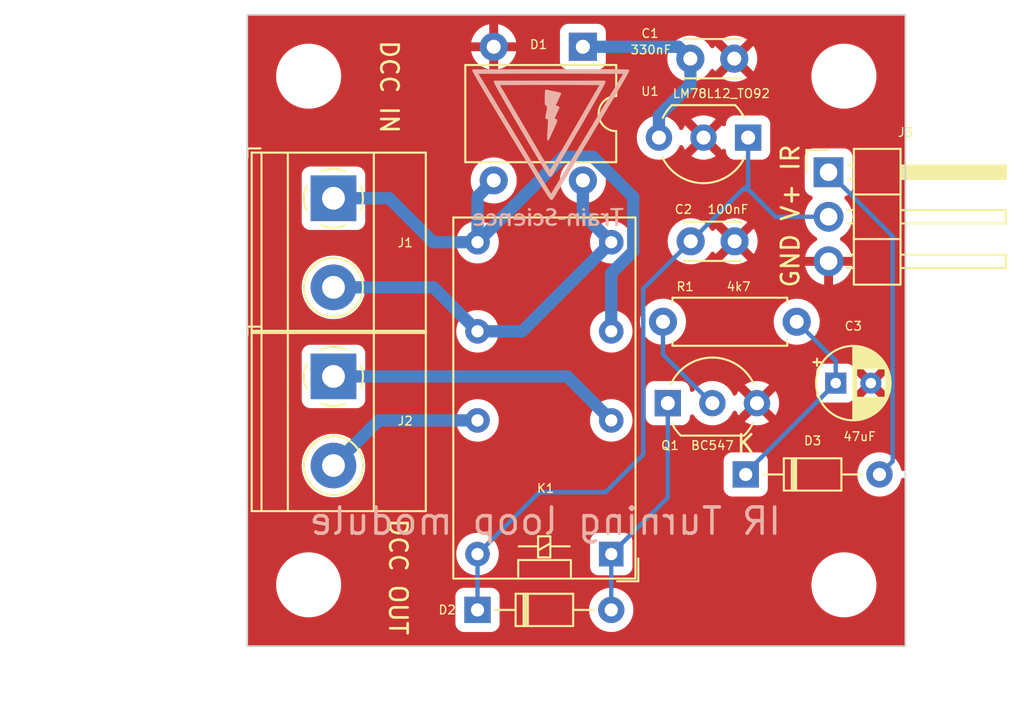
<source format=kicad_pcb>
(kicad_pcb (version 20240108) (generator "pcbnew") (generator_version "8.0")
  (layers (0 "F.Cu" signal) (31 "B.Cu" signal) (34 "B.Paste" user) (35 "F.Paste" user) (36 "B.SilkS" user "B.Silkscreen") (37 "F.SilkS" user "F.Silkscreen") (38 "B.Mask" user) (39 "F.Mask" user) (44 "Edge.Cuts" user))
  (net 0 "")
  (net 1 "VCC")
  (net 2 "GND")
  (net 3 "+12V")
  (net 4 "/DCC_A_OUT")
  (net 5 "/DCC_B_OUT")
  (net 6 "/DCC_B_IN")
  (net 7 "/DCC_A_IN")
  (net 8 "Net-(D2-A)")
  (net 9 "Net-(D3-A)")
  (net 10 "Net-(D3-K)")
  (net 11 "Net-(Q1-B)")
  (footprint "Capacitor_THT:C_Disc_D3.0mm_W2.0mm_P2.50mm" (layer "F.Cu") (at 165.75 45)
    (property "Reference" "C1" (at -2.301 -1.439 0) (layer "F.SilkS") (effects (font (size 0.5 0.5) (thickness 0.075))))
    (property "Value" "330nF" (at -2.25 -0.5 0) (layer "F.SilkS") (effects (font (size 0.5 0.5) (thickness 0.075))))
    (pad "1" thru_hole circle (at 0 0) (size 1.6 1.6) (drill 0.8) (layers "*.Cu" "*.Mask") (net 1 "VCC"))
    (pad "2" thru_hole circle (at 2.5 0) (size 1.6 1.6) (drill 0.8) (layers "*.Cu" "*.Mask") (net 2 "GND"))
  )
  (footprint "Relay_THT:Relay_DPDT_Omron_G5V-2" (layer "F.Cu") (at 161.2425 73.2465 180)
    (property "Reference" "K1" (at 3.7425 3.7465 0) (layer "F.SilkS") (effects (font (size 0.5 0.5) (thickness 0.075))))
    (property "Value" "G5V-2")
    (pad "1" thru_hole rect (at 0 0 180) (size 1.4 1.4) (drill 0.7) (layers "*.Cu" "*.Mask") (net 8 "Net-(D2-A)"))
    (pad "4" thru_hole circle (at 0 7.62 180) (size 1.4 1.4) (drill 0.7) (layers "*.Cu" "*.Mask") (net 4 "/DCC_A_OUT"))
    (pad "6" thru_hole circle (at 0 12.7 180) (size 1.4 1.4) (drill 0.7) (layers "*.Cu" "*.Mask") (net 7 "/DCC_A_IN"))
    (pad "8" thru_hole circle (at 0 17.78 180) (size 1.4 1.4) (drill 0.7) (layers "*.Cu" "*.Mask") (net 6 "/DCC_B_IN"))
    (pad "9" thru_hole circle (at 7.62 17.78 180) (size 1.4 1.4) (drill 0.7) (layers "*.Cu" "*.Mask") (net 7 "/DCC_A_IN"))
    (pad "11" thru_hole circle (at 7.62 12.7 180) (size 1.4 1.4) (drill 0.7) (layers "*.Cu" "*.Mask") (net 6 "/DCC_B_IN"))
    (pad "13" thru_hole circle (at 7.62 7.62 180) (size 1.4 1.4) (drill 0.7) (layers "*.Cu" "*.Mask") (net 5 "/DCC_B_OUT"))
    (pad "16" thru_hole circle (at 7.62 0 180) (size 1.4 1.4) (drill 0.7) (layers "*.Cu" "*.Mask") (net 3 "+12V"))
  )
  (footprint "MountingHole:MountingHole_3.2mm_M3" (layer "F.Cu") (at 144 46)
    (property "Reference" "REF**" (hide yes))
    (property "Value" "MountingHole_3.2mm_M3")
    (pad "" np_thru_hole circle (at 0 0) (size 3.2 3.2) (drill 3.2) (layers "*.Cu" "*.Mask"))
  )
  (footprint "MountingHole:MountingHole_3.2mm_M3" (layer "F.Cu") (at 174.5 75)
    (property "Reference" "REF**" (hide yes))
    (property "Value" "MountingHole_3.2mm_M3")
    (pad "" np_thru_hole circle (at 0 0) (size 3.2 3.2) (drill 3.2) (layers "*.Cu" "*.Mask"))
  )
  (footprint "Capacitor_THT:C_Disc_D3.0mm_W2.0mm_P2.50mm" (layer "F.Cu") (at 165.77 55.414)
    (property "Reference" "C2" (at -0.416 -1.82 0) (layer "F.SilkS") (effects (font (size 0.5 0.5) (thickness 0.075))))
    (property "Value" "100nF" (at 2.124 -1.82 0) (layer "F.SilkS") (effects (font (size 0.5 0.5) (thickness 0.075))))
    (pad "1" thru_hole circle (at 0 0) (size 1.6 1.6) (drill 0.8) (layers "*.Cu" "*.Mask") (net 3 "+12V"))
    (pad "2" thru_hole circle (at 2.5 0) (size 1.6 1.6) (drill 0.8) (layers "*.Cu" "*.Mask") (net 2 "GND"))
  )
  (footprint "Diode_THT:Diode_Bridge_DIP-4_W7.62mm_P5.08mm" (layer "F.Cu") (at 159.626 44.323 -90)
    (property "Reference" "D1" (at -0.127 2.527 0) (layer "F.SilkS") (effects (font (size 0.5 0.5) (thickness 0.075))))
    (property "Value" "D_Bridge_+-AA")
    (pad "1" thru_hole rect (at 0 0 270) (size 1.6 1.6) (drill 0.8) (layers "*.Cu" "*.Mask") (net 1 "VCC"))
    (pad "2" thru_hole oval (at 0 5.08 270) (size 1.6 1.6) (drill 0.8) (layers "*.Cu" "*.Mask") (net 2 "GND"))
    (pad "3" thru_hole oval (at 7.62 5.08 270) (size 1.6 1.6) (drill 0.8) (layers "*.Cu" "*.Mask") (net 7 "/DCC_A_IN"))
    (pad "4" thru_hole oval (at 7.62 0 270) (size 1.6 1.6) (drill 0.8) (layers "*.Cu" "*.Mask") (net 6 "/DCC_B_IN"))
  )
  (footprint "TerminalBlock_Phoenix:TerminalBlock_Phoenix_MKDS-1,5-2-5.08_1x02_P5.08mm_Horizontal" (layer "F.Cu") (at 145.415 63.119 -90)
    (property "Reference" "J2" (at 2.54 -4.085 0) (layer "F.SilkS") (effects (font (size 0.5 0.5) (thickness 0.075))))
    (property "Value" "DCC_out")
    (pad "1" thru_hole rect (at 0 0 270) (size 2.6 2.6) (drill 1.3) (layers "*.Cu" "*.Mask") (net 4 "/DCC_A_OUT"))
    (pad "2" thru_hole circle (at 5.08 0 270) (size 2.6 2.6) (drill 1.3) (layers "*.Cu" "*.Mask") (net 5 "/DCC_B_OUT"))
  )
  (footprint "Package_TO_SOT_THT:TO-92_Inline_Wide" (layer "F.Cu") (at 169.04 49.5 180)
    (property "Reference" "U1" (at 5.591 2.637 0) (layer "F.SilkS") (effects (font (size 0.5 0.5) (thickness 0.075))))
    (property "Value" "LM78L12_TO92" (at 1.527 2.51 0) (layer "F.SilkS") (effects (font (size 0.5 0.5) (thickness 0.075))))
    (pad "1" thru_hole rect (at 0 0 180) (size 1.5 1.5) (drill 0.8) (layers "*.Cu" "*.Mask") (net 3 "+12V"))
    (pad "2" thru_hole circle (at 2.54 0 180) (size 1.5 1.5) (drill 0.8) (layers "*.Cu" "*.Mask") (net 2 "GND"))
    (pad "3" thru_hole circle (at 5.08 0 180) (size 1.5 1.5) (drill 0.8) (layers "*.Cu" "*.Mask") (net 1 "VCC"))
  )
  (footprint "TerminalBlock_Phoenix:TerminalBlock_Phoenix_MKDS-1,5-2-5.08_1x02_P5.08mm_Horizontal" (layer "F.Cu") (at 145.415 52.959 -90)
    (property "Reference" "J1" (at 2.54 -4.085 0) (layer "F.SilkS") (effects (font (size 0.5 0.5) (thickness 0.075))))
    (property "Value" "DCC_IN")
    (pad "1" thru_hole rect (at 0 0 270) (size 2.6 2.6) (drill 1.3) (layers "*.Cu" "*.Mask") (net 7 "/DCC_A_IN"))
    (pad "2" thru_hole circle (at 5.08 0 270) (size 2.6 2.6) (drill 1.3) (layers "*.Cu" "*.Mask") (net 6 "/DCC_B_IN"))
  )
  (footprint "Capacitor_THT:CP_Radial_D4.0mm_P2.00mm" (layer "F.Cu") (at 174.033401 63.5)
    (property "Reference" "C3" (at 1 -3.25 0) (layer "F.SilkS") (effects (font (size 0.5 0.5) (thickness 0.075))))
    (property "Value" "47uF" (at 1.353599 3.048 0) (layer "F.SilkS") (effects (font (size 0.5 0.5) (thickness 0.075))))
    (pad "1" thru_hole rect (at 0 0) (size 1.2 1.2) (drill 0.6) (layers "*.Cu" "*.Mask") (net 10 "Net-(D3-K)"))
    (pad "2" thru_hole circle (at 2 0) (size 1.2 1.2) (drill 0.6) (layers "*.Cu" "*.Mask") (net 2 "GND"))
  )
  (footprint "Resistor_THT:R_Axial_DIN0207_L6.3mm_D2.5mm_P7.62mm_Horizontal" (layer "F.Cu") (at 164.19 60)
    (property "Reference" "R1" (at 1.262 -2 0) (layer "F.SilkS") (effects (font (size 0.5 0.5) (thickness 0.075))))
    (property "Value" "4k7" (at 4.31 -2 0) (layer "F.SilkS") (effects (font (size 0.5 0.5) (thickness 0.075))))
    (pad "1" thru_hole circle (at 0 0) (size 1.6 1.6) (drill 0.8) (layers "*.Cu" "*.Mask") (net 11 "Net-(Q1-B)"))
    (pad "2" thru_hole oval (at 7.62 0) (size 1.6 1.6) (drill 0.8) (layers "*.Cu" "*.Mask") (net 10 "Net-(D3-K)"))
  )
  (footprint "Diode_THT:D_DO-34_SOD68_P7.62mm_Horizontal" (layer "F.Cu") (at 153.6225 76.4305)
    (property "Reference" "D2" (at -1.7305 0 0) (layer "F.SilkS") (effects (font (size 0.5 0.5) (thickness 0.075))))
    (property "Value" "D")
    (pad "1" thru_hole rect (at 0 0) (size 1.5 1.5) (drill 0.75) (layers "*.Cu" "*.Mask") (net 3 "+12V"))
    (pad "2" thru_hole oval (at 7.62 0) (size 1.5 1.5) (drill 0.75) (layers "*.Cu" "*.Mask") (net 8 "Net-(D2-A)"))
  )
  (footprint "Package_TO_SOT_THT:TO-92_Inline_Wide" (layer "F.Cu") (at 164.465 64.643)
    (property "Reference" "Q1" (at 0.127 2.413 0) (layer "F.SilkS") (effects (font (size 0.5 0.5) (thickness 0.075))))
    (property "Value" "BC547" (at 2.54 2.413 0) (layer "F.SilkS") (effects (font (size 0.5 0.5) (thickness 0.075))))
    (pad "1" thru_hole rect (at 0 0) (size 1.5 1.5) (drill 0.8) (layers "*.Cu" "*.Mask") (net 8 "Net-(D2-A)"))
    (pad "2" thru_hole circle (at 2.54 0) (size 1.5 1.5) (drill 0.8) (layers "*.Cu" "*.Mask") (net 11 "Net-(Q1-B)"))
    (pad "3" thru_hole circle (at 5.08 0) (size 1.5 1.5) (drill 0.8) (layers "*.Cu" "*.Mask") (net 2 "GND"))
  )
  (footprint "MountingHole:MountingHole_3.2mm_M3" (layer "F.Cu") (at 174.5 46)
    (property "Reference" "REF**" (hide yes))
    (property "Value" "MountingHole_3.2mm_M3")
    (pad "" np_thru_hole circle (at 0 0) (size 3.2 3.2) (drill 3.2) (layers "*.Cu" "*.Mask"))
  )
  (footprint "Connector_PinHeader_2.54mm:PinHeader_1x03_P2.54mm_Horizontal" (layer "F.Cu") (at 173.625 51.475)
    (property "Reference" "J3" (at 4.385 -2.27 0) (layer "F.SilkS") (effects (font (size 0.5 0.5) (thickness 0.075))))
    (property "Value" "Conn_01x03_Male")
    (pad "1" thru_hole rect (at 0 0) (size 1.7 1.7) (drill 1) (layers "*.Cu" "*.Mask") (net 9 "Net-(D3-A)"))
    (pad "2" thru_hole oval (at 0 2.54) (size 1.7 1.7) (drill 1) (layers "*.Cu" "*.Mask") (net 3 "+12V"))
    (pad "3" thru_hole oval (at 0 5.08) (size 1.7 1.7) (drill 1) (layers "*.Cu" "*.Mask") (net 2 "GND"))
  )
  (footprint "MountingHole:MountingHole_3.2mm_M3" (layer "F.Cu") (at 144 75)
    (property "Reference" "REF**" (hide yes))
    (property "Value" "MountingHole_3.2mm_M3")
    (pad "" np_thru_hole circle (at 0 0) (size 3.2 3.2) (drill 3.2) (layers "*.Cu" "*.Mask"))
  )
  (footprint "Diode_THT:D_DO-34_SOD68_P7.62mm_Horizontal" (layer "F.Cu") (at 168.905 68.707)
    (property "Reference" "D3" (at 3.81 -1.92 0) (layer "F.SilkS") (effects (font (size 0.5 0.5) (thickness 0.075))))
    (property "Value" "D")
    (fp_text user "K" (at 0 -1.75 0) (layer "F.SilkS"))
    (pad "1" thru_hole rect (at 0 0) (size 1.5 1.5) (drill 0.75) (layers "*.Cu" "*.Mask") (net 10 "Net-(D3-K)"))
    (pad "2" thru_hole oval (at 7.62 0) (size 1.5 1.5) (drill 0.75) (layers "*.Cu" "*.Mask") (net 9 "Net-(D3-A)"))
  )
  (footprint "custom_kicad_lib_sk:Train-Science logo small" (layer "B.Cu") (at 157.734 50.165 180)
    (property "Reference" "G***" (hide yes))
    (property "Value" "LOGO" (hide yes))
  )
  (gr_rect (start 140.5 42.5) (end 178 78.5) (stroke (width 0.1)) (fill none) (layer "Edge.Cuts"))
  (gr_text "IR Turning loop module" (at 157.48 71.374 0) (layer "B.SilkS") (effects (font (size 1.5 1.5) (thickness 0.2)) (justify mirror)))
  (gr_text "GND V+ IR" (at 171.45 53.975 90) (layer "F.SilkS") (effects (font (size 1 1))))
  (gr_text "DCC IN" (at 148.59 46.609 270) (layer "F.SilkS") (effects (font (size 1 1))))
  (gr_text "DCC OUT" (at 149.098 74.549 270) (layer "F.SilkS") (effects (font (size 1 1))))
  (segment (start 165.75 46.467) (end 163.96 48.257) (width 0.7) (layer "B.Cu") (net 1))
  (segment (start 159.626 44.323) (end 165.073 44.323) (width 0.7) (layer "B.Cu") (net 1))
  (segment (start 165.75 45) (end 165.75 46.467) (width 0.7) (layer "B.Cu") (net 1))
  (segment (start 163.96 48.257) (end 163.96 49.5) (width 0.7) (layer "B.Cu") (net 1))
  (segment (start 165.073 44.323) (end 165.75 45) (width 0.7) (layer "B.Cu") (net 1))
  (segment (start 163.065489 67.566511) (end 160.909 69.723) (width 0.25) (layer "B.Cu") (net 3))
  (segment (start 153.6225 76.4305) (end 153.6225 73.2465) (width 0.25) (layer "B.Cu") (net 3))
  (segment (start 160.909 69.723) (end 157.146 69.723) (width 0.25) (layer "B.Cu") (net 3))
  (segment (start 170.601 54.015) (end 173.625 54.015) (width 0.25) (layer "B.Cu") (net 3))
  (segment (start 169.04 52.454) (end 170.601 54.015) (width 0.25) (layer "B.Cu") (net 3))
  (segment (start 168.73 52.454) (end 165.77 55.414) (width 0.25) (layer "B.Cu") (net 3))
  (segment (start 168.78 52.454) (end 169.04 52.194) (width 0.25) (layer "B.Cu") (net 3))
  (segment (start 169.04 49.5) (end 169.04 52.194) (width 0.25) (layer "B.Cu") (net 3))
  (segment (start 168.73 52.454) (end 168.78 52.454) (width 0.25) (layer "B.Cu") (net 3))
  (segment (start 169.04 52.194) (end 169.04 52.454) (width 0.25) (layer "B.Cu") (net 3))
  (segment (start 165.77 55.414) (end 163.065489 58.118511) (width 0.25) (layer "B.Cu") (net 3))
  (segment (start 157.146 69.723) (end 153.6225 73.2465) (width 0.25) (layer "B.Cu") (net 3))
  (segment (start 163.065489 58.118511) (end 163.065489 67.566511) (width 0.25) (layer "B.Cu") (net 3))
  (segment (start 169.04 52.454) (end 168.73 52.454) (width 0.25) (layer "B.Cu") (net 3))
  (segment (start 158.735 63.119) (end 161.2425 65.6265) (width 0.7) (layer "B.Cu") (net 4))
  (segment (start 145.415 63.119) (end 158.735 63.119) (width 0.7) (layer "B.Cu") (net 4))
  (segment (start 153.6225 65.6265) (end 147.9875 65.6265) (width 0.7) (layer "B.Cu") (net 5))
  (segment (start 147.9875 65.6265) (end 145.415 68.199) (width 0.7) (layer "B.Cu") (net 5))
  (segment (start 153.6225 60.5465) (end 156.1625 60.5465) (width 0.7) (layer "B.Cu") (net 6))
  (segment (start 156.1625 60.5465) (end 161.2425 55.4665) (width 0.7) (layer "B.Cu") (net 6))
  (segment (start 151.115 58.039) (end 153.6225 60.5465) (width 0.7) (layer "B.Cu") (net 6))
  (segment (start 145.415 58.039) (end 151.115 58.039) (width 0.7) (layer "B.Cu") (net 6))
  (segment (start 159.626 51.943) (end 159.626 53.85) (width 0.7) (layer "B.Cu") (net 6))
  (segment (start 159.626 53.85) (end 161.2425 55.4665) (width 0.7) (layer "B.Cu") (net 6))
  (segment (start 158.495511 50.593489) (end 160.194489 50.593489) (width 0.7) (layer "B.Cu") (net 7))
  (segment (start 153.6225 52.8665) (end 154.546 51.943) (width 0.7) (layer "B.Cu") (net 7))
  (segment (start 153.6225 55.4665) (end 153.6225 52.8665) (width 0.7) (layer "B.Cu") (net 7))
  (segment (start 153.6225 55.4665) (end 158.495511 50.593489) (width 0.7) (layer "B.Cu") (net 7))
  (segment (start 151.0975 55.4665) (end 148.59 52.959) (width 0.7) (layer "B.Cu") (net 7))
  (segment (start 162.492011 55.984065) (end 161.2425 57.233576) (width 0.7) (layer "B.Cu") (net 7))
  (segment (start 160.194489 50.593489) (end 162.492011 52.891011) (width 0.7) (layer "B.Cu") (net 7))
  (segment (start 148.59 52.959) (end 145.415 52.959) (width 0.7) (layer "B.Cu") (net 7))
  (segment (start 161.2425 57.233576) (end 161.2425 60.5465) (width 0.7) (layer "B.Cu") (net 7))
  (segment (start 153.6225 55.4665) (end 151.0975 55.4665) (width 0.7) (layer "B.Cu") (net 7))
  (segment (start 162.492011 52.891011) (end 162.492011 55.984065) (width 0.7) (layer "B.Cu") (net 7))
  (segment (start 161.2425 73.2465) (end 164.465 70.024) (width 0.25) (layer "B.Cu") (net 8))
  (segment (start 161.2425 76.4305) (end 161.2425 73.2465) (width 0.25) (layer "B.Cu") (net 8))
  (segment (start 164.465 70.024) (end 164.465 64.643) (width 0.25) (layer "B.Cu") (net 8))
  (segment (start 176.525 68.707) (end 177.275 67.957) (width 0.25) (layer "B.Cu") (net 9))
  (segment (start 177.275 55.125) (end 173.625 51.475) (width 0.25) (layer "B.Cu") (net 9))
  (segment (start 177.275 67.957) (end 177.275 55.125) (width 0.25) (layer "B.Cu") (net 9))
  (segment (start 174.033401 62.223401) (end 171.81 60) (width 0.25) (layer "B.Cu") (net 10))
  (segment (start 174.033401 63.5) (end 174.033401 62.223401) (width 0.25) (layer "B.Cu") (net 10))
  (segment (start 168.905 68.707) (end 168.905 68.628401) (width 0.25) (layer "B.Cu") (net 10))
  (segment (start 168.905 68.628401) (end 174.033401 63.5) (width 0.25) (layer "B.Cu") (net 10))
  (segment (start 164.19 61.87) (end 166.96 64.64) (width 0.25) (layer "B.Cu") (net 11))
  (segment (start 164.19 60) (end 164.19 61.87) (width 0.25) (layer "B.Cu") (net 11))
  (zone (net 2) (net_name "GND") (layer "F.Cu") (connect_pads (clearance 0.508)) (min_thickness 0.254) (fill yes (thermal_gap 0.508) (thermal_bridge_width 0.508))
    (polygon (pts (xy 178.816 79.248) (xy 139.446 79.248) (xy 139.446 41.656) (xy 178.816 41.656)))
  )
)
</source>
